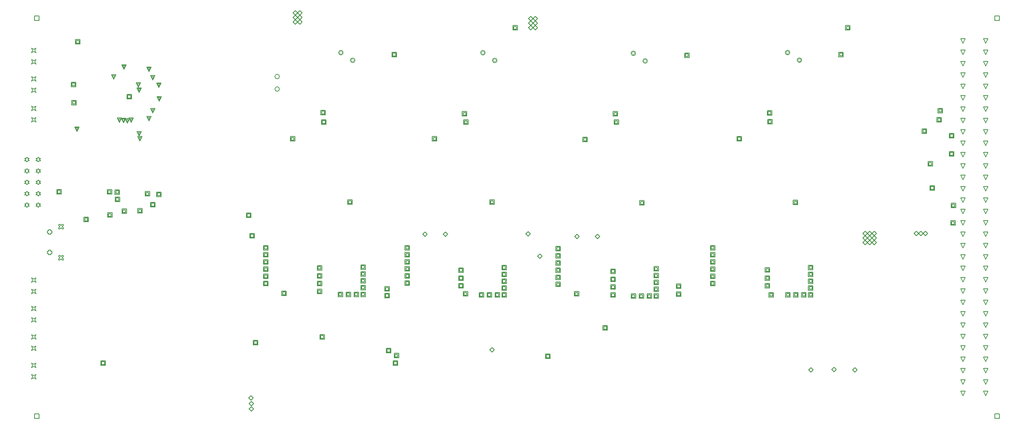
<source format=gbr>
G04 Layer_Color=2752767*
%FSLAX45Y45*%
%MOMM*%
%TF.FileFunction,Drawing*%
%TF.Part,Single*%
G01*
G75*
%TA.AperFunction,NonConductor*%
%ADD83C,0.10160*%
%ADD84C,0.12700*%
%ADD170C,0.16933*%
D83*
X19617841Y9509220D02*
G03*
X19617841Y9509220I-30480J0D01*
G01*
X19353680Y9679400D02*
G03*
X19353680Y9679400I-30480J0D01*
G01*
X16173840Y9492220D02*
G03*
X16173840Y9492220I-30480J0D01*
G01*
X15909680Y9662400D02*
G03*
X15909680Y9662400I-30480J0D01*
G01*
X12813840Y9505220D02*
G03*
X12813840Y9505220I-30480J0D01*
G01*
X12549680Y9675400D02*
G03*
X12549680Y9675400I-30480J0D01*
G01*
X9377680Y9677400D02*
G03*
X9377680Y9677400I-30480J0D01*
G01*
X9641840Y9507220D02*
G03*
X9641840Y9507220I-30480J0D01*
G01*
D84*
X2506200Y1504100D02*
Y1605700D01*
X2607800D01*
Y1504100D01*
X2506200D01*
Y10393600D02*
Y10495200D01*
X2607800D01*
Y10393600D01*
X2506200D01*
X23952200Y1504200D02*
Y1605800D01*
X24053799D01*
Y1504200D01*
X23952200D01*
Y10394200D02*
Y10495800D01*
X24053799D01*
Y10394200D01*
X23952200D01*
X23241000Y2012200D02*
X23190199Y2113800D01*
X23291800D01*
X23241000Y2012200D01*
Y2266200D02*
X23190199Y2367800D01*
X23291800D01*
X23241000Y2266200D01*
Y2520200D02*
X23190199Y2621800D01*
X23291800D01*
X23241000Y2520200D01*
Y2774200D02*
X23190199Y2875800D01*
X23291800D01*
X23241000Y2774200D01*
Y3028200D02*
X23190199Y3129800D01*
X23291800D01*
X23241000Y3028200D01*
Y3282200D02*
X23190199Y3383800D01*
X23291800D01*
X23241000Y3282200D01*
Y3536200D02*
X23190199Y3637800D01*
X23291800D01*
X23241000Y3536200D01*
Y3790200D02*
X23190199Y3891800D01*
X23291800D01*
X23241000Y3790200D01*
Y4044200D02*
X23190199Y4145800D01*
X23291800D01*
X23241000Y4044200D01*
Y4298200D02*
X23190199Y4399800D01*
X23291800D01*
X23241000Y4298200D01*
Y4552200D02*
X23190199Y4653800D01*
X23291800D01*
X23241000Y4552200D01*
Y4806200D02*
X23190199Y4907800D01*
X23291800D01*
X23241000Y4806200D01*
Y5060200D02*
X23190199Y5161800D01*
X23291800D01*
X23241000Y5060200D01*
Y5314200D02*
X23190199Y5415800D01*
X23291800D01*
X23241000Y5314200D01*
Y5568200D02*
X23190199Y5669800D01*
X23291800D01*
X23241000Y5568200D01*
Y5822200D02*
X23190199Y5923800D01*
X23291800D01*
X23241000Y5822200D01*
Y6076200D02*
X23190199Y6177800D01*
X23291800D01*
X23241000Y6076200D01*
Y6330200D02*
X23190199Y6431800D01*
X23291800D01*
X23241000Y6330200D01*
Y6584200D02*
X23190199Y6685800D01*
X23291800D01*
X23241000Y6584200D01*
Y6838200D02*
X23190199Y6939800D01*
X23291800D01*
X23241000Y6838200D01*
Y7092200D02*
X23190199Y7193800D01*
X23291800D01*
X23241000Y7092200D01*
Y7346200D02*
X23190199Y7447800D01*
X23291800D01*
X23241000Y7346200D01*
Y7600200D02*
X23190199Y7701800D01*
X23291800D01*
X23241000Y7600200D01*
Y7854200D02*
X23190199Y7955800D01*
X23291800D01*
X23241000Y7854200D01*
Y8108200D02*
X23190199Y8209800D01*
X23291800D01*
X23241000Y8108200D01*
Y8362200D02*
X23190199Y8463800D01*
X23291800D01*
X23241000Y8362200D01*
Y8616200D02*
X23190199Y8717800D01*
X23291800D01*
X23241000Y8616200D01*
Y8870200D02*
X23190199Y8971800D01*
X23291800D01*
X23241000Y8870200D01*
Y9124200D02*
X23190199Y9225800D01*
X23291800D01*
X23241000Y9124200D01*
Y9378200D02*
X23190199Y9479800D01*
X23291800D01*
X23241000Y9378200D01*
Y9632200D02*
X23190199Y9733800D01*
X23291800D01*
X23241000Y9632200D01*
Y9886200D02*
X23190199Y9987800D01*
X23291800D01*
X23241000Y9886200D01*
X23749001Y2012200D02*
X23698199Y2113800D01*
X23799800D01*
X23749001Y2012200D01*
Y2266200D02*
X23698199Y2367800D01*
X23799800D01*
X23749001Y2266200D01*
Y2520200D02*
X23698199Y2621800D01*
X23799800D01*
X23749001Y2520200D01*
Y2774200D02*
X23698199Y2875800D01*
X23799800D01*
X23749001Y2774200D01*
Y3028200D02*
X23698199Y3129800D01*
X23799800D01*
X23749001Y3028200D01*
Y3282200D02*
X23698199Y3383800D01*
X23799800D01*
X23749001Y3282200D01*
Y3536200D02*
X23698199Y3637800D01*
X23799800D01*
X23749001Y3536200D01*
Y3790200D02*
X23698199Y3891800D01*
X23799800D01*
X23749001Y3790200D01*
Y4044200D02*
X23698199Y4145800D01*
X23799800D01*
X23749001Y4044200D01*
Y4298200D02*
X23698199Y4399800D01*
X23799800D01*
X23749001Y4298200D01*
Y4552200D02*
X23698199Y4653800D01*
X23799800D01*
X23749001Y4552200D01*
Y4806200D02*
X23698199Y4907800D01*
X23799800D01*
X23749001Y4806200D01*
Y5060200D02*
X23698199Y5161800D01*
X23799800D01*
X23749001Y5060200D01*
Y5314200D02*
X23698199Y5415800D01*
X23799800D01*
X23749001Y5314200D01*
Y5568200D02*
X23698199Y5669800D01*
X23799800D01*
X23749001Y5568200D01*
Y5822200D02*
X23698199Y5923800D01*
X23799800D01*
X23749001Y5822200D01*
Y6076200D02*
X23698199Y6177800D01*
X23799800D01*
X23749001Y6076200D01*
Y6330200D02*
X23698199Y6431800D01*
X23799800D01*
X23749001Y6330200D01*
Y6584200D02*
X23698199Y6685800D01*
X23799800D01*
X23749001Y6584200D01*
Y6838200D02*
X23698199Y6939800D01*
X23799800D01*
X23749001Y6838200D01*
Y7092200D02*
X23698199Y7193800D01*
X23799800D01*
X23749001Y7092200D01*
Y7346200D02*
X23698199Y7447800D01*
X23799800D01*
X23749001Y7346200D01*
Y7600200D02*
X23698199Y7701800D01*
X23799800D01*
X23749001Y7600200D01*
Y7854200D02*
X23698199Y7955800D01*
X23799800D01*
X23749001Y7854200D01*
Y8108200D02*
X23698199Y8209800D01*
X23799800D01*
X23749001Y8108200D01*
Y8362200D02*
X23698199Y8463800D01*
X23799800D01*
X23749001Y8362200D01*
Y8616200D02*
X23698199Y8717800D01*
X23799800D01*
X23749001Y8616200D01*
Y8870200D02*
X23698199Y8971800D01*
X23799800D01*
X23749001Y8870200D01*
Y9124200D02*
X23698199Y9225800D01*
X23799800D01*
X23749001Y9124200D01*
Y9378200D02*
X23698199Y9479800D01*
X23799800D01*
X23749001Y9378200D01*
Y9632200D02*
X23698199Y9733800D01*
X23799800D01*
X23749001Y9632200D01*
Y9886200D02*
X23698199Y9987800D01*
X23799800D01*
X23749001Y9886200D01*
X2590801Y6223000D02*
X2616201Y6248400D01*
X2641601D01*
X2616201Y6273800D01*
X2641601Y6299200D01*
X2616201D01*
X2590801Y6324600D01*
X2565401Y6299200D01*
X2540001D01*
X2565401Y6273800D01*
X2540001Y6248400D01*
X2565401D01*
X2590801Y6223000D01*
X2336801D02*
X2362201Y6248400D01*
X2387601D01*
X2362201Y6273800D01*
X2387601Y6299200D01*
X2362201D01*
X2336801Y6324600D01*
X2311401Y6299200D01*
X2286001D01*
X2311401Y6273800D01*
X2286001Y6248400D01*
X2311401D01*
X2336801Y6223000D01*
X2590801Y6477000D02*
X2616201Y6502400D01*
X2641601D01*
X2616201Y6527800D01*
X2641601Y6553200D01*
X2616201D01*
X2590801Y6578600D01*
X2565401Y6553200D01*
X2540001D01*
X2565401Y6527800D01*
X2540001Y6502400D01*
X2565401D01*
X2590801Y6477000D01*
X2336801D02*
X2362201Y6502400D01*
X2387601D01*
X2362201Y6527800D01*
X2387601Y6553200D01*
X2362201D01*
X2336801Y6578600D01*
X2311401Y6553200D01*
X2286001D01*
X2311401Y6527800D01*
X2286001Y6502400D01*
X2311401D01*
X2336801Y6477000D01*
X2590801Y6731000D02*
X2616201Y6756400D01*
X2641601D01*
X2616201Y6781800D01*
X2641601Y6807200D01*
X2616201D01*
X2590801Y6832600D01*
X2565401Y6807200D01*
X2540001D01*
X2565401Y6781800D01*
X2540001Y6756400D01*
X2565401D01*
X2590801Y6731000D01*
X2336801D02*
X2362201Y6756400D01*
X2387601D01*
X2362201Y6781800D01*
X2387601Y6807200D01*
X2362201D01*
X2336801Y6832600D01*
X2311401Y6807200D01*
X2286001D01*
X2311401Y6781800D01*
X2286001Y6756400D01*
X2311401D01*
X2336801Y6731000D01*
Y6985000D02*
X2362201Y7010400D01*
X2387601D01*
X2362201Y7035800D01*
X2387601Y7061200D01*
X2362201D01*
X2336801Y7086600D01*
X2311401Y7061200D01*
X2286001D01*
X2311401Y7035800D01*
X2286001Y7010400D01*
X2311401D01*
X2336801Y6985000D01*
X2590801D02*
X2616201Y7010400D01*
X2641601D01*
X2616201Y7035800D01*
X2641601Y7061200D01*
X2616201D01*
X2590801Y7086600D01*
X2565401Y7061200D01*
X2540001D01*
X2565401Y7035800D01*
X2540001Y7010400D01*
X2565401D01*
X2590801Y6985000D01*
Y7239000D02*
X2616201Y7264400D01*
X2641601D01*
X2616201Y7289800D01*
X2641601Y7315200D01*
X2616201D01*
X2590801Y7340600D01*
X2565401Y7315200D01*
X2540001D01*
X2565401Y7289800D01*
X2540001Y7264400D01*
X2565401D01*
X2590801Y7239000D01*
X2336801D02*
X2362201Y7264400D01*
X2387601D01*
X2362201Y7289800D01*
X2387601Y7315200D01*
X2362201D01*
X2336801Y7340600D01*
X2311401Y7315200D01*
X2286001D01*
X2311401Y7289800D01*
X2286001Y7264400D01*
X2311401D01*
X2336801Y7239000D01*
X2441600Y2387600D02*
X2467000Y2438400D01*
X2441600Y2489200D01*
X2492400Y2463800D01*
X2543200Y2489200D01*
X2517800Y2438400D01*
X2543200Y2387600D01*
X2492400Y2413000D01*
X2441600Y2387600D01*
Y2641600D02*
X2467000Y2692400D01*
X2441600Y2743200D01*
X2492400Y2717800D01*
X2543200Y2743200D01*
X2517800Y2692400D01*
X2543200Y2641600D01*
X2492400Y2667000D01*
X2441600Y2641600D01*
Y3022600D02*
X2467000Y3073400D01*
X2441600Y3124200D01*
X2492400Y3098800D01*
X2543200Y3124200D01*
X2517800Y3073400D01*
X2543200Y3022600D01*
X2492400Y3048000D01*
X2441600Y3022600D01*
Y3276600D02*
X2467000Y3327400D01*
X2441600Y3378200D01*
X2492400Y3352800D01*
X2543200Y3378200D01*
X2517800Y3327400D01*
X2543200Y3276600D01*
X2492400Y3302000D01*
X2441600Y3276600D01*
Y3657600D02*
X2467000Y3708400D01*
X2441600Y3759200D01*
X2492400Y3733800D01*
X2543200Y3759200D01*
X2517800Y3708400D01*
X2543200Y3657600D01*
X2492400Y3683000D01*
X2441600Y3657600D01*
Y3911600D02*
X2467000Y3962400D01*
X2441600Y4013200D01*
X2492400Y3987800D01*
X2543200Y4013200D01*
X2517800Y3962400D01*
X2543200Y3911600D01*
X2492400Y3937000D01*
X2441600Y3911600D01*
Y4292600D02*
X2467000Y4343400D01*
X2441600Y4394200D01*
X2492400Y4368800D01*
X2543200Y4394200D01*
X2517800Y4343400D01*
X2543200Y4292600D01*
X2492400Y4318000D01*
X2441600Y4292600D01*
Y4546600D02*
X2467000Y4597400D01*
X2441600Y4648200D01*
X2492400Y4622800D01*
X2543200Y4648200D01*
X2517800Y4597400D01*
X2543200Y4546600D01*
X2492400Y4572000D01*
X2441600Y4546600D01*
Y8788400D02*
X2467000Y8839200D01*
X2441600Y8890000D01*
X2492400Y8864600D01*
X2543200Y8890000D01*
X2517800Y8839200D01*
X2543200Y8788400D01*
X2492400Y8813800D01*
X2441600Y8788400D01*
Y9042400D02*
X2467000Y9093200D01*
X2441600Y9144000D01*
X2492400Y9118600D01*
X2543200Y9144000D01*
X2517800Y9093200D01*
X2543200Y9042400D01*
X2492400Y9067800D01*
X2441600Y9042400D01*
Y8128000D02*
X2467000Y8178800D01*
X2441600Y8229600D01*
X2492400Y8204200D01*
X2543200Y8229600D01*
X2517800Y8178800D01*
X2543200Y8128000D01*
X2492400Y8153400D01*
X2441600Y8128000D01*
Y8382000D02*
X2467000Y8432800D01*
X2441600Y8483600D01*
X2492400Y8458200D01*
X2543200Y8483600D01*
X2517800Y8432800D01*
X2543200Y8382000D01*
X2492400Y8407400D01*
X2441600Y8382000D01*
Y9677400D02*
X2467000Y9728200D01*
X2441600Y9779000D01*
X2492400Y9753600D01*
X2543200Y9779000D01*
X2517800Y9728200D01*
X2543200Y9677400D01*
X2492400Y9702800D01*
X2441600Y9677400D01*
Y9423400D02*
X2467000Y9474200D01*
X2441600Y9525000D01*
X2492400Y9499600D01*
X2543200Y9525000D01*
X2517800Y9474200D01*
X2543200Y9423400D01*
X2492400Y9448800D01*
X2441600Y9423400D01*
X2821900Y5643200D02*
Y5617800D01*
X2872700D01*
Y5643200D01*
X2898100D01*
Y5694000D01*
X2872700D01*
Y5719400D01*
X2821900D01*
Y5694000D01*
X2796500D01*
Y5643200D01*
X2821900D01*
Y5193200D02*
Y5167800D01*
X2872700D01*
Y5193200D01*
X2898100D01*
Y5244000D01*
X2872700D01*
Y5269400D01*
X2821900D01*
Y5244000D01*
X2796500D01*
Y5193200D01*
X2821900D01*
X3045500Y5042300D02*
X3070900D01*
X3096300Y5067700D01*
X3121700Y5042300D01*
X3147100D01*
Y5067700D01*
X3121700Y5093100D01*
X3147100Y5118500D01*
Y5143900D01*
X3121700D01*
X3096300Y5118500D01*
X3070900Y5143900D01*
X3045500D01*
Y5118500D01*
X3070900Y5093100D01*
X3045500Y5067700D01*
Y5042300D01*
Y5743300D02*
X3070900D01*
X3096300Y5768700D01*
X3121700Y5743300D01*
X3147100D01*
Y5768700D01*
X3121700Y5794100D01*
X3147100Y5819500D01*
Y5844900D01*
X3121700D01*
X3096300Y5819500D01*
X3070900Y5844900D01*
X3045500D01*
Y5819500D01*
X3070900Y5794100D01*
X3045500Y5768700D01*
Y5743300D01*
X7295200Y1720000D02*
X7346000Y1770800D01*
X7396800Y1720000D01*
X7346000Y1669200D01*
X7295200Y1720000D01*
X7294200Y1839000D02*
X7345000Y1889800D01*
X7395800Y1839000D01*
X7345000Y1788200D01*
X7294200Y1839000D01*
X7293200Y1960000D02*
X7344000Y2010800D01*
X7394800Y1960000D01*
X7344000Y1909200D01*
X7293200Y1960000D01*
X19794200Y2589000D02*
X19845000Y2639800D01*
X19895799Y2589000D01*
X19845000Y2538200D01*
X19794200Y2589000D01*
X20308200Y2600000D02*
X20359000Y2650800D01*
X20409801Y2600000D01*
X20359000Y2549200D01*
X20308200Y2600000D01*
X20775200Y2594000D02*
X20825999Y2644800D01*
X20876801Y2594000D01*
X20825999Y2543200D01*
X20775200Y2594000D01*
X12791600Y4216400D02*
Y4318000D01*
X12893201D01*
Y4216400D01*
X12791600D01*
X12811920Y4236720D02*
Y4297680D01*
X12872881D01*
Y4236720D01*
X12811920D01*
X12944000Y4673600D02*
Y4775200D01*
X13045599D01*
Y4673600D01*
X12944000D01*
X12964320Y4693920D02*
Y4754880D01*
X13025281D01*
Y4693920D01*
X12964320D01*
X12944000Y4826000D02*
Y4927600D01*
X13045599D01*
Y4826000D01*
X12944000D01*
X12964320Y4846320D02*
Y4907280D01*
X13025281D01*
Y4846320D01*
X12964320D01*
X11979200Y4769200D02*
Y4870800D01*
X12080800D01*
Y4769200D01*
X11979200D01*
X11999520Y4789520D02*
Y4850480D01*
X12060480D01*
Y4789520D01*
X11999520D01*
X12079200Y4239200D02*
Y4340800D01*
X12180800D01*
Y4239200D01*
X12079200D01*
X12099520Y4259520D02*
Y4320480D01*
X12160480D01*
Y4259520D01*
X12099520D01*
X12436000Y4216400D02*
Y4318000D01*
X12537600D01*
Y4216400D01*
X12436000D01*
X12456320Y4236720D02*
Y4297680D01*
X12517280D01*
Y4236720D01*
X12456320D01*
X12613800Y4216400D02*
Y4318000D01*
X12715400D01*
Y4216400D01*
X12613800D01*
X12634120Y4236720D02*
Y4297680D01*
X12695080D01*
Y4236720D01*
X12634120D01*
X12944000Y4521200D02*
Y4622800D01*
X13045599D01*
Y4521200D01*
X12944000D01*
X12964320Y4541520D02*
Y4602480D01*
X13025281D01*
Y4541520D01*
X12964320D01*
X12944000Y4368800D02*
Y4470400D01*
X13045599D01*
Y4368800D01*
X12944000D01*
X12964320Y4389120D02*
Y4450080D01*
X13025281D01*
Y4389120D01*
X12964320D01*
X12944000Y4216400D02*
Y4318000D01*
X13045599D01*
Y4216400D01*
X12944000D01*
X12964320Y4236720D02*
Y4297680D01*
X13025281D01*
Y4236720D01*
X12964320D01*
X20466200Y9585420D02*
Y9687020D01*
X20567799D01*
Y9585420D01*
X20466200D01*
X20486520Y9605740D02*
Y9666700D01*
X20547479D01*
Y9605740D01*
X20486520D01*
X18194200Y7704601D02*
Y7806201D01*
X18295799D01*
Y7704601D01*
X18194200D01*
X18214520Y7724921D02*
Y7785881D01*
X18275481D01*
Y7724921D01*
X18214520D01*
X17022200Y9568420D02*
Y9670020D01*
X17123801D01*
Y9568420D01*
X17022200D01*
X17042520Y9588740D02*
Y9649700D01*
X17103481D01*
Y9588740D01*
X17042520D01*
X14750200Y7687601D02*
Y7789201D01*
X14851801D01*
Y7687601D01*
X14750200D01*
X14770520Y7707921D02*
Y7768881D01*
X14831480D01*
Y7707921D01*
X14770520D01*
X11390200Y7700601D02*
Y7802201D01*
X11491800D01*
Y7700601D01*
X11390200D01*
X11410520Y7720921D02*
Y7781881D01*
X11471480D01*
Y7720921D01*
X11410520D01*
X4306200Y6350200D02*
Y6451800D01*
X4407800D01*
Y6350200D01*
X4306200D01*
X4326520Y6370520D02*
Y6431480D01*
X4387480D01*
Y6370520D01*
X4326520D01*
X5096200Y6231200D02*
Y6332800D01*
X5197800D01*
Y6231200D01*
X5096200D01*
X5116520Y6251520D02*
Y6312480D01*
X5177480D01*
Y6251520D01*
X5116520D01*
X4811200Y6092200D02*
Y6193800D01*
X4912800D01*
Y6092200D01*
X4811200D01*
X4831520Y6112520D02*
Y6173480D01*
X4892480D01*
Y6112520D01*
X4831520D01*
X4460200Y6084200D02*
Y6185800D01*
X4561800D01*
Y6084200D01*
X4460200D01*
X4480520Y6104520D02*
Y6165480D01*
X4541480D01*
Y6104520D01*
X4480520D01*
X4137200Y5998200D02*
Y6099800D01*
X4238800D01*
Y5998200D01*
X4137200D01*
X4157520Y6018520D02*
Y6079480D01*
X4218480D01*
Y6018520D01*
X4157520D01*
X4130200Y6515200D02*
Y6616800D01*
X4231800D01*
Y6515200D01*
X4130200D01*
X4150520Y6535520D02*
Y6596480D01*
X4211480D01*
Y6535520D01*
X4150520D01*
X3451000Y7919200D02*
X3400200Y8020800D01*
X3501800D01*
X3451000Y7919200D01*
Y7939520D02*
X3420520Y8000480D01*
X3481480D01*
X3451000Y7939520D01*
X4572200Y8644200D02*
Y8745800D01*
X4673800D01*
Y8644200D01*
X4572200D01*
X4592520Y8664520D02*
Y8725480D01*
X4653480D01*
Y8664520D01*
X4592520D01*
X5288400Y8597000D02*
X5237600Y8698600D01*
X5339200D01*
X5288400Y8597000D01*
Y8617320D02*
X5257920Y8678280D01*
X5318880D01*
X5288400Y8617320D01*
X5285400Y8901000D02*
X5234600Y9002600D01*
X5336200D01*
X5285400Y8901000D01*
Y8921320D02*
X5254920Y8982280D01*
X5315880D01*
X5285400Y8921320D01*
X5144400Y9064000D02*
X5093600Y9165600D01*
X5195200D01*
X5144400Y9064000D01*
Y9084320D02*
X5113920Y9145280D01*
X5174880D01*
X5144400Y9084320D01*
X4274400Y9083000D02*
X4223600Y9184600D01*
X4325200D01*
X4274400Y9083000D01*
Y9103320D02*
X4243920Y9164280D01*
X4304880D01*
X4274400Y9103320D01*
X4505400Y9308000D02*
X4454600Y9409600D01*
X4556200D01*
X4505400Y9308000D01*
Y9328320D02*
X4474920Y9389280D01*
X4535880D01*
X4505400Y9328320D01*
X5058400Y9256000D02*
X5007600Y9357600D01*
X5109200D01*
X5058400Y9256000D01*
Y9276320D02*
X5027920Y9337280D01*
X5088880D01*
X5058400Y9276320D01*
X5148400Y8329000D02*
X5097600Y8430600D01*
X5199200D01*
X5148400Y8329000D01*
Y8349320D02*
X5117920Y8410280D01*
X5178880D01*
X5148400Y8349320D01*
X5061400Y8151000D02*
X5010600Y8252600D01*
X5112200D01*
X5061400Y8151000D01*
Y8171320D02*
X5030920Y8232280D01*
X5091880D01*
X5061400Y8171320D01*
X4862400Y7701000D02*
X4811600Y7802600D01*
X4913200D01*
X4862400Y7701000D01*
Y7721320D02*
X4831920Y7782280D01*
X4892880D01*
X4862400Y7721320D01*
X4844400Y7813000D02*
X4793600Y7914600D01*
X4895200D01*
X4844400Y7813000D01*
Y7833320D02*
X4813920Y7894280D01*
X4874880D01*
X4844400Y7833320D01*
X5232200Y6461200D02*
Y6562800D01*
X5333800D01*
Y6461200D01*
X5232200D01*
X5252520Y6481520D02*
Y6542480D01*
X5313480D01*
Y6481520D01*
X5252520D01*
X3004200Y6518200D02*
Y6619800D01*
X3105800D01*
Y6518200D01*
X3004200D01*
X3024520Y6538520D02*
Y6599480D01*
X3085480D01*
Y6538520D01*
X3024520D01*
X4304200Y6514200D02*
Y6615800D01*
X4405800D01*
Y6514200D01*
X4304200D01*
X4324520Y6534520D02*
Y6595480D01*
X4385480D01*
Y6534520D01*
X4324520D01*
X3420400Y9868600D02*
Y9970200D01*
X3522000D01*
Y9868600D01*
X3420400D01*
X3440720Y9888920D02*
Y9949880D01*
X3501680D01*
Y9888920D01*
X3440720D01*
X4576000Y8100200D02*
X4525200Y8201800D01*
X4626800D01*
X4576000Y8100200D01*
Y8120520D02*
X4545520Y8181480D01*
X4606480D01*
X4576000Y8120520D01*
X4492000Y8110200D02*
X4441200Y8211800D01*
X4542800D01*
X4492000Y8110200D01*
Y8130520D02*
X4461520Y8191480D01*
X4522480D01*
X4492000Y8130520D01*
X4406000Y8115200D02*
X4355200Y8216800D01*
X4456800D01*
X4406000Y8115200D01*
Y8135520D02*
X4375520Y8196480D01*
X4436480D01*
X4406000Y8135520D01*
X4666400Y8118000D02*
X4615600Y8219600D01*
X4717200D01*
X4666400Y8118000D01*
Y8138320D02*
X4635920Y8199280D01*
X4696880D01*
X4666400Y8138320D01*
X4825000Y8904200D02*
X4774200Y9005800D01*
X4875800D01*
X4825000Y8904200D01*
Y8924520D02*
X4794520Y8985480D01*
X4855480D01*
X4825000Y8924520D01*
X4843400Y8792000D02*
X4792600Y8893600D01*
X4894200D01*
X4843400Y8792000D01*
Y8812320D02*
X4812920Y8873280D01*
X4873880D01*
X4843400Y8812320D01*
X3608200Y5901200D02*
Y6002800D01*
X3709800D01*
Y5901200D01*
X3608200D01*
X3628520Y5921520D02*
Y5982480D01*
X3689480D01*
Y5921520D01*
X3628520D01*
X4975200Y6474200D02*
Y6575800D01*
X5076800D01*
Y6474200D01*
X4975200D01*
X4995520Y6494520D02*
Y6555480D01*
X5056480D01*
Y6494520D01*
X4995520D01*
X8915400Y8077200D02*
Y8178800D01*
X9017000D01*
Y8077200D01*
X8915400D01*
X8935720Y8097520D02*
Y8158480D01*
X8996680D01*
Y8097520D01*
X8935720D01*
X7239000Y5994400D02*
Y6096000D01*
X7340600D01*
Y5994400D01*
X7239000D01*
X7259320Y6014720D02*
Y6075680D01*
X7320280D01*
Y6014720D01*
X7259320D01*
X7315200Y5537200D02*
Y5638800D01*
X7416800D01*
Y5537200D01*
X7315200D01*
X7335520Y5557520D02*
Y5618480D01*
X7396480D01*
Y5557520D01*
X7335520D01*
X8218200Y7702601D02*
Y7804201D01*
X8319800D01*
Y7702601D01*
X8218200D01*
X8238520Y7722921D02*
Y7783881D01*
X8299480D01*
Y7722921D01*
X8238520D01*
X10490200Y9583420D02*
Y9685020D01*
X10591800D01*
Y9583420D01*
X10490200D01*
X10510520Y9603740D02*
Y9664700D01*
X10571480D01*
Y9603740D01*
X10510520D01*
X10363200Y2971800D02*
Y3073400D01*
X10464800D01*
Y2971800D01*
X10363200D01*
X10383520Y2992120D02*
Y3053080D01*
X10444480D01*
Y2992120D01*
X10383520D01*
X7391400Y3149600D02*
Y3251200D01*
X7493000D01*
Y3149600D01*
X7391400D01*
X7411720Y3169920D02*
Y3230880D01*
X7472680D01*
Y3169920D01*
X7411720D01*
X13919200Y2844800D02*
Y2946400D01*
X14020799D01*
Y2844800D01*
X13919200D01*
X13939520Y2865120D02*
Y2926080D01*
X14000481D01*
Y2865120D01*
X13939520D01*
X10515600Y2692400D02*
Y2794000D01*
X10617200D01*
Y2692400D01*
X10515600D01*
X10535920Y2712720D02*
Y2773680D01*
X10596880D01*
Y2712720D01*
X10535920D01*
X3987800Y2692400D02*
Y2794000D01*
X4089400D01*
Y2692400D01*
X3987800D01*
X4008120Y2712720D02*
Y2773680D01*
X4069080D01*
Y2712720D01*
X4008120D01*
X21005800Y5638800D02*
X21056599Y5689600D01*
X21107401Y5638800D01*
X21056599Y5588000D01*
X21005800Y5638800D01*
Y5537200D02*
X21056599Y5588000D01*
X21107401Y5537200D01*
X21056599Y5486400D01*
X21005800Y5537200D01*
X21004201Y5435000D02*
X21055000Y5485800D01*
X21105800Y5435000D01*
X21055000Y5384200D01*
X21004201Y5435000D01*
X21107401Y5638800D02*
X21158200Y5689600D01*
X21209000Y5638800D01*
X21158200Y5588000D01*
X21107401Y5638800D01*
Y5537200D02*
X21158200Y5588000D01*
X21209000Y5537200D01*
X21158200Y5486400D01*
X21107401Y5537200D01*
X21109200Y5435000D02*
X21160001Y5485800D01*
X21210800Y5435000D01*
X21160001Y5384200D01*
X21109200Y5435000D01*
X21209200D02*
X21260001Y5485800D01*
X21310800Y5435000D01*
X21260001Y5384200D01*
X21209200Y5435000D01*
X21209000Y5537200D02*
X21259801Y5588000D01*
X21310600Y5537200D01*
X21259801Y5486400D01*
X21209000Y5537200D01*
Y5638800D02*
X21259801Y5689600D01*
X21310600Y5638800D01*
X21259801Y5588000D01*
X21209000Y5638800D01*
X22968001Y5823001D02*
Y5924601D01*
X23069601D01*
Y5823001D01*
X22968001D01*
X22988321Y5843321D02*
Y5904281D01*
X23049281D01*
Y5843321D01*
X22988321D01*
X22975600Y6211600D02*
Y6313200D01*
X23077200D01*
Y6211600D01*
X22975600D01*
X22995920Y6231920D02*
Y6292880D01*
X23056880D01*
Y6231920D01*
X22995920D01*
X22936200Y7366000D02*
Y7467600D01*
X23037801D01*
Y7366000D01*
X22936200D01*
X22956520Y7386320D02*
Y7447280D01*
X23017480D01*
Y7386320D01*
X22956520D01*
X22936200Y7772400D02*
Y7874000D01*
X23037801D01*
Y7772400D01*
X22936200D01*
X22956520Y7792720D02*
Y7853680D01*
X23017480D01*
Y7792720D01*
X22956520D01*
X22352000Y5638800D02*
X22402800Y5689600D01*
X22453600Y5638800D01*
X22402800Y5588000D01*
X22352000Y5638800D01*
X22250400D02*
X22301199Y5689600D01*
X22352000Y5638800D01*
X22301199Y5588000D01*
X22250400Y5638800D01*
X22148801D02*
X22199600Y5689600D01*
X22250400Y5638800D01*
X22199600Y5588000D01*
X22148801Y5638800D01*
X22504401Y6604000D02*
Y6705600D01*
X22606000D01*
Y6604000D01*
X22504401D01*
X22524719Y6624320D02*
Y6685280D01*
X22585680D01*
Y6624320D01*
X22524719D01*
X22658000Y8126800D02*
Y8228400D01*
X22759599D01*
Y8126800D01*
X22658000D01*
X22678320Y8147120D02*
Y8208080D01*
X22739281D01*
Y8147120D01*
X22678320D01*
X22327800Y7872800D02*
Y7974400D01*
X22429401D01*
Y7872800D01*
X22327800D01*
X22348120Y7893120D02*
Y7954080D01*
X22409081D01*
Y7893120D01*
X22348120D01*
X22683400Y8332400D02*
Y8434000D01*
X22785001D01*
Y8332400D01*
X22683400D01*
X22703720Y8352720D02*
Y8413680D01*
X22764680D01*
Y8352720D01*
X22703720D01*
X3338900Y8510200D02*
Y8611800D01*
X3440500D01*
Y8510200D01*
X3338900D01*
X3359220Y8530520D02*
Y8591480D01*
X3420180D01*
Y8530520D01*
X3359220D01*
X3326200Y8916740D02*
Y9018340D01*
X3427800D01*
Y8916740D01*
X3326200D01*
X3346520Y8937060D02*
Y8998020D01*
X3407480D01*
Y8937060D01*
X3346520D01*
X13187680Y10182860D02*
Y10284460D01*
X13289281D01*
Y10182860D01*
X13187680D01*
X13208000Y10203180D02*
Y10264140D01*
X13268961D01*
Y10203180D01*
X13208000D01*
X20617180Y10182860D02*
Y10284460D01*
X20718781D01*
Y10182860D01*
X20617180D01*
X20637500Y10203180D02*
Y10264140D01*
X20698460D01*
Y10203180D01*
X20637500D01*
X13538200Y10236200D02*
X13589000Y10287000D01*
X13639799Y10236200D01*
X13589000Y10185400D01*
X13538200Y10236200D01*
Y10439400D02*
X13589000Y10490200D01*
X13639799Y10439400D01*
X13589000Y10388600D01*
X13538200Y10439400D01*
Y10337800D02*
X13589000Y10388600D01*
X13639799Y10337800D01*
X13589000Y10287000D01*
X13538200Y10337800D01*
X13639799Y10439400D02*
X13690601Y10490200D01*
X13741400Y10439400D01*
X13690601Y10388600D01*
X13639799Y10439400D01*
Y10337800D02*
X13690601Y10388600D01*
X13741400Y10337800D01*
X13690601Y10287000D01*
X13639799Y10337800D01*
Y10236200D02*
X13690601Y10287000D01*
X13741400Y10236200D01*
X13690601Y10185400D01*
X13639799Y10236200D01*
X8382000Y10566400D02*
X8432800Y10617200D01*
X8483600Y10566400D01*
X8432800Y10515600D01*
X8382000Y10566400D01*
Y10464800D02*
X8432800Y10515600D01*
X8483600Y10464800D01*
X8432800Y10414000D01*
X8382000Y10464800D01*
Y10363200D02*
X8432800Y10414000D01*
X8483600Y10363200D01*
X8432800Y10312400D01*
X8382000Y10363200D01*
X8280400D02*
X8331200Y10414000D01*
X8382000Y10363200D01*
X8331200Y10312400D01*
X8280400Y10363200D01*
Y10464800D02*
X8331200Y10515600D01*
X8382000Y10464800D01*
X8331200Y10414000D01*
X8280400Y10464800D01*
Y10566400D02*
X8331200Y10617200D01*
X8382000Y10566400D01*
X8331200Y10515600D01*
X8280400Y10566400D01*
X13477200Y5626000D02*
X13528000Y5676800D01*
X13578799Y5626000D01*
X13528000Y5575200D01*
X13477200Y5626000D01*
X12677200Y3037000D02*
X12728000Y3087800D01*
X12778800Y3037000D01*
X12728000Y2986200D01*
X12677200Y3037000D01*
X15026199Y5569000D02*
X15077000Y5619800D01*
X15127800Y5569000D01*
X15077000Y5518200D01*
X15026199Y5569000D01*
X14571201Y5573000D02*
X14622000Y5623800D01*
X14672800Y5573000D01*
X14622000Y5522200D01*
X14571201Y5573000D01*
X13739200Y5134000D02*
X13789999Y5184800D01*
X13840800Y5134000D01*
X13789999Y5083200D01*
X13739200Y5134000D01*
X11633200Y5620000D02*
X11684000Y5670800D01*
X11734800Y5620000D01*
X11684000Y5569200D01*
X11633200Y5620000D01*
X11171200Y5624000D02*
X11222000Y5674800D01*
X11272800Y5624000D01*
X11222000Y5573200D01*
X11171200Y5624000D01*
X11979200Y4419200D02*
Y4520800D01*
X12080800D01*
Y4419200D01*
X11979200D01*
X11999520Y4439520D02*
Y4500480D01*
X12060480D01*
Y4439520D01*
X11999520D01*
X11979200Y4589200D02*
Y4690800D01*
X12080800D01*
Y4589200D01*
X11979200D01*
X11999520Y4609520D02*
Y4670480D01*
X12060480D01*
Y4609520D01*
X11999520D01*
X9499200Y6289200D02*
Y6390800D01*
X9600800D01*
Y6289200D01*
X9499200D01*
X9519520Y6309520D02*
Y6370480D01*
X9580480D01*
Y6309520D01*
X9519520D01*
X10539200Y2859200D02*
Y2960800D01*
X10640800D01*
Y2859200D01*
X10539200D01*
X10559520Y2879520D02*
Y2940480D01*
X10620480D01*
Y2879520D01*
X10559520D01*
X8879200Y3276600D02*
Y3378200D01*
X8980800D01*
Y3276600D01*
X8879200D01*
X8899520Y3296920D02*
Y3357880D01*
X8960480D01*
Y3296920D01*
X8899520D01*
X10329200Y4349200D02*
Y4450800D01*
X10430800D01*
Y4349200D01*
X10329200D01*
X10349520Y4369520D02*
Y4430480D01*
X10410480D01*
Y4369520D01*
X10349520D01*
X10329200Y4199200D02*
Y4300800D01*
X10430800D01*
Y4199200D01*
X10329200D01*
X10349520Y4219520D02*
Y4280480D01*
X10410480D01*
Y4219520D01*
X10349520D01*
X8029200Y4249200D02*
Y4350800D01*
X8130800D01*
Y4249200D01*
X8029200D01*
X8049520Y4269520D02*
Y4330480D01*
X8110480D01*
Y4269520D01*
X8049520D01*
X9794000Y4226400D02*
Y4328000D01*
X9895600D01*
Y4226400D01*
X9794000D01*
X9814320Y4246720D02*
Y4307680D01*
X9875280D01*
Y4246720D01*
X9814320D01*
X9794000Y4378800D02*
Y4480400D01*
X9895600D01*
Y4378800D01*
X9794000D01*
X9814320Y4399120D02*
Y4460080D01*
X9875280D01*
Y4399120D01*
X9814320D01*
X9794000Y4531200D02*
Y4632800D01*
X9895600D01*
Y4531200D01*
X9794000D01*
X9814320Y4551520D02*
Y4612480D01*
X9875280D01*
Y4551520D01*
X9814320D01*
X9463800Y4226400D02*
Y4328000D01*
X9565400D01*
Y4226400D01*
X9463800D01*
X9484120Y4246720D02*
Y4307680D01*
X9545080D01*
Y4246720D01*
X9484120D01*
X9286000Y4226400D02*
Y4328000D01*
X9387600D01*
Y4226400D01*
X9286000D01*
X9306320Y4246720D02*
Y4307680D01*
X9367280D01*
Y4246720D01*
X9306320D01*
X9794000Y4836000D02*
Y4937600D01*
X9895600D01*
Y4836000D01*
X9794000D01*
X9814320Y4856320D02*
Y4917280D01*
X9875280D01*
Y4856320D01*
X9814320D01*
X9794000Y4683600D02*
Y4785200D01*
X9895600D01*
Y4683600D01*
X9794000D01*
X9814320Y4703920D02*
Y4764880D01*
X9875280D01*
Y4703920D01*
X9814320D01*
X9641600Y4226400D02*
Y4328000D01*
X9743200D01*
Y4226400D01*
X9641600D01*
X9661920Y4246720D02*
Y4307680D01*
X9722880D01*
Y4246720D01*
X9661920D01*
X8819200Y4639200D02*
Y4740800D01*
X8920800D01*
Y4639200D01*
X8819200D01*
X8839520Y4659520D02*
Y4720480D01*
X8900480D01*
Y4659520D01*
X8839520D01*
X8819200Y4469200D02*
Y4570800D01*
X8920800D01*
Y4469200D01*
X8819200D01*
X8839520Y4489520D02*
Y4550480D01*
X8900480D01*
Y4489520D01*
X8839520D01*
X8819200Y4289200D02*
Y4390800D01*
X8920800D01*
Y4289200D01*
X8819200D01*
X8839520Y4309520D02*
Y4370480D01*
X8900480D01*
Y4309520D01*
X8839520D01*
X8819200Y4819200D02*
Y4920800D01*
X8920800D01*
Y4819200D01*
X8819200D01*
X8839520Y4839520D02*
Y4900480D01*
X8900480D01*
Y4839520D01*
X8839520D01*
X12671200Y6287200D02*
Y6388800D01*
X12772800D01*
Y6287200D01*
X12671200D01*
X12691520Y6307520D02*
Y6368480D01*
X12752480D01*
Y6307520D01*
X12691520D01*
X12087400Y8075200D02*
Y8176800D01*
X12189000D01*
Y8075200D01*
X12087400D01*
X12107720Y8095520D02*
Y8156480D01*
X12168680D01*
Y8095520D01*
X12107720D01*
X15447400Y8075200D02*
Y8176800D01*
X15549001D01*
Y8075200D01*
X15447400D01*
X15467720Y8095520D02*
Y8156480D01*
X15528680D01*
Y8095520D01*
X15467720D01*
X18877400Y8085200D02*
Y8186800D01*
X18978999D01*
Y8085200D01*
X18877400D01*
X18897720Y8105520D02*
Y8166480D01*
X18958681D01*
Y8105520D01*
X18897720D01*
X10779200Y5269200D02*
Y5370800D01*
X10880800D01*
Y5269200D01*
X10779200D01*
X10799520Y5289520D02*
Y5350480D01*
X10860480D01*
Y5289520D01*
X10799520D01*
X10779200Y5109200D02*
Y5210800D01*
X10880800D01*
Y5109200D01*
X10779200D01*
X10799520Y5129520D02*
Y5190480D01*
X10860480D01*
Y5129520D01*
X10799520D01*
X10779200Y4949200D02*
Y5050800D01*
X10880800D01*
Y4949200D01*
X10779200D01*
X10799520Y4969520D02*
Y5030480D01*
X10860480D01*
Y4969520D01*
X10799520D01*
X10779200Y4799200D02*
Y4900800D01*
X10880800D01*
Y4799200D01*
X10779200D01*
X10799520Y4819520D02*
Y4880480D01*
X10860480D01*
Y4819520D01*
X10799520D01*
X10779200Y4639200D02*
Y4740800D01*
X10880800D01*
Y4639200D01*
X10779200D01*
X10799520Y4659520D02*
Y4720480D01*
X10860480D01*
Y4659520D01*
X10799520D01*
X10779200Y4479200D02*
Y4580800D01*
X10880800D01*
Y4479200D01*
X10779200D01*
X10799520Y4499520D02*
Y4560480D01*
X10860480D01*
Y4499520D01*
X10799520D01*
X7619200Y5269200D02*
Y5370800D01*
X7720800D01*
Y5269200D01*
X7619200D01*
X7639520Y5289520D02*
Y5350480D01*
X7700480D01*
Y5289520D01*
X7639520D01*
X7619200Y5109200D02*
Y5210800D01*
X7720800D01*
Y5109200D01*
X7619200D01*
X7639520Y5129520D02*
Y5190480D01*
X7700480D01*
Y5129520D01*
X7639520D01*
X7619200Y4949200D02*
Y5050800D01*
X7720800D01*
Y4949200D01*
X7619200D01*
X7639520Y4969520D02*
Y5030480D01*
X7700480D01*
Y4969520D01*
X7639520D01*
X7619200Y4789200D02*
Y4890800D01*
X7720800D01*
Y4789200D01*
X7619200D01*
X7639520Y4809520D02*
Y4870480D01*
X7700480D01*
Y4809520D01*
X7639520D01*
X7619200Y4629200D02*
Y4730800D01*
X7720800D01*
Y4629200D01*
X7619200D01*
X7639520Y4649520D02*
Y4710480D01*
X7700480D01*
Y4649520D01*
X7639520D01*
X7619200Y4469200D02*
Y4570800D01*
X7720800D01*
Y4469200D01*
X7619200D01*
X7639520Y4489520D02*
Y4550480D01*
X7700480D01*
Y4489520D01*
X7639520D01*
X14149200Y4449200D02*
Y4550800D01*
X14250800D01*
Y4449200D01*
X14149200D01*
X14169521Y4469520D02*
Y4530480D01*
X14230479D01*
Y4469520D01*
X14169521D01*
X14149200Y4609200D02*
Y4710800D01*
X14250800D01*
Y4609200D01*
X14149200D01*
X14169521Y4629520D02*
Y4690480D01*
X14230479D01*
Y4629520D01*
X14169521D01*
X14149200Y4769200D02*
Y4870800D01*
X14250800D01*
Y4769200D01*
X14149200D01*
X14169521Y4789520D02*
Y4850480D01*
X14230479D01*
Y4789520D01*
X14169521D01*
X14149200Y4929200D02*
Y5030800D01*
X14250800D01*
Y4929200D01*
X14149200D01*
X14169521Y4949520D02*
Y5010480D01*
X14230479D01*
Y4949520D01*
X14169521D01*
X14149200Y5089200D02*
Y5190800D01*
X14250800D01*
Y5089200D01*
X14149200D01*
X14169521Y5109520D02*
Y5170480D01*
X14230479D01*
Y5109520D01*
X14169521D01*
X14149200Y5249200D02*
Y5350800D01*
X14250800D01*
Y5249200D01*
X14149200D01*
X14169521Y5269520D02*
Y5330480D01*
X14230479D01*
Y5269520D01*
X14169521D01*
X17599200Y5269200D02*
Y5370800D01*
X17700800D01*
Y5269200D01*
X17599200D01*
X17619521Y5289520D02*
Y5350480D01*
X17680479D01*
Y5289520D01*
X17619521D01*
X17599200Y5109200D02*
Y5210800D01*
X17700800D01*
Y5109200D01*
X17599200D01*
X17619521Y5129520D02*
Y5190480D01*
X17680479D01*
Y5129520D01*
X17619521D01*
X17599200Y4949200D02*
Y5050800D01*
X17700800D01*
Y4949200D01*
X17599200D01*
X17619521Y4969520D02*
Y5030480D01*
X17680479D01*
Y4969520D01*
X17619521D01*
X17599200Y4789200D02*
Y4890800D01*
X17700800D01*
Y4789200D01*
X17599200D01*
X17619521Y4809520D02*
Y4870480D01*
X17680479D01*
Y4809520D01*
X17619521D01*
X17599200Y4629200D02*
Y4730800D01*
X17700800D01*
Y4629200D01*
X17599200D01*
X17619521Y4649520D02*
Y4710480D01*
X17680479D01*
Y4649520D01*
X17619521D01*
X17599200Y4469200D02*
Y4570800D01*
X17700800D01*
Y4469200D01*
X17599200D01*
X17619521Y4489520D02*
Y4550480D01*
X17680479D01*
Y4489520D01*
X17619521D01*
X16019200Y6269200D02*
Y6370800D01*
X16120799D01*
Y6269200D01*
X16019200D01*
X16039520Y6289520D02*
Y6350480D01*
X16100481D01*
Y6289520D01*
X16039520D01*
X19449200Y6279200D02*
Y6380800D01*
X19550800D01*
Y6279200D01*
X19449200D01*
X19469521Y6299520D02*
Y6360480D01*
X19530479D01*
Y6299520D01*
X19469521D01*
X15374400Y4562400D02*
Y4664000D01*
X15475999D01*
Y4562400D01*
X15374400D01*
X15394720Y4582720D02*
Y4643680D01*
X15455679D01*
Y4582720D01*
X15394720D01*
X15374400Y4392400D02*
Y4494000D01*
X15475999D01*
Y4392400D01*
X15374400D01*
X15394720Y4412720D02*
Y4473680D01*
X15455679D01*
Y4412720D01*
X15394720D01*
X16339200Y4189600D02*
Y4291200D01*
X16440800D01*
Y4189600D01*
X16339200D01*
X16359520Y4209920D02*
Y4270880D01*
X16420480D01*
Y4209920D01*
X16359520D01*
X16339200Y4342000D02*
Y4443600D01*
X16440800D01*
Y4342000D01*
X16339200D01*
X16359520Y4362320D02*
Y4423280D01*
X16420480D01*
Y4362320D01*
X16359520D01*
X16339200Y4494400D02*
Y4596000D01*
X16440800D01*
Y4494400D01*
X16339200D01*
X16359520Y4514720D02*
Y4575680D01*
X16420480D01*
Y4514720D01*
X16359520D01*
X16009000Y4189600D02*
Y4291200D01*
X16110600D01*
Y4189600D01*
X16009000D01*
X16029320Y4209920D02*
Y4270880D01*
X16090280D01*
Y4209920D01*
X16029320D01*
X15831200Y4189600D02*
Y4291200D01*
X15932800D01*
Y4189600D01*
X15831200D01*
X15851520Y4209920D02*
Y4270880D01*
X15912480D01*
Y4209920D01*
X15851520D01*
X15374400Y4212400D02*
Y4314000D01*
X15475999D01*
Y4212400D01*
X15374400D01*
X15394720Y4232720D02*
Y4293680D01*
X15455679D01*
Y4232720D01*
X15394720D01*
X15374400Y4742400D02*
Y4844000D01*
X15475999D01*
Y4742400D01*
X15374400D01*
X15394720Y4762720D02*
Y4823680D01*
X15455679D01*
Y4762720D01*
X15394720D01*
X16339200Y4799200D02*
Y4900800D01*
X16440800D01*
Y4799200D01*
X16339200D01*
X16359520Y4819520D02*
Y4880480D01*
X16420480D01*
Y4819520D01*
X16359520D01*
X16339200Y4646800D02*
Y4748400D01*
X16440800D01*
Y4646800D01*
X16339200D01*
X16359520Y4667120D02*
Y4728080D01*
X16420480D01*
Y4667120D01*
X16359520D01*
X16186800Y4189600D02*
Y4291200D01*
X16288400D01*
Y4189600D01*
X16186800D01*
X16207120Y4209920D02*
Y4270880D01*
X16268080D01*
Y4209920D01*
X16207120D01*
X19636800Y4219600D02*
Y4321200D01*
X19738400D01*
Y4219600D01*
X19636800D01*
X19657120Y4239920D02*
Y4300880D01*
X19718080D01*
Y4239920D01*
X19657120D01*
X19789200Y4676800D02*
Y4778400D01*
X19890800D01*
Y4676800D01*
X19789200D01*
X19809520Y4697120D02*
Y4758080D01*
X19870480D01*
Y4697120D01*
X19809520D01*
X19789200Y4829200D02*
Y4930800D01*
X19890800D01*
Y4829200D01*
X19789200D01*
X19809520Y4849520D02*
Y4910480D01*
X19870480D01*
Y4849520D01*
X19809520D01*
X18824400Y4772400D02*
Y4874000D01*
X18925999D01*
Y4772400D01*
X18824400D01*
X18844720Y4792720D02*
Y4853680D01*
X18905679D01*
Y4792720D01*
X18844720D01*
X18909200Y4219200D02*
Y4320800D01*
X19010800D01*
Y4219200D01*
X18909200D01*
X18929520Y4239520D02*
Y4300480D01*
X18990480D01*
Y4239520D01*
X18929520D01*
X19281200Y4219600D02*
Y4321200D01*
X19382800D01*
Y4219600D01*
X19281200D01*
X19301520Y4239920D02*
Y4300880D01*
X19362480D01*
Y4239920D01*
X19301520D01*
X19459000Y4219600D02*
Y4321200D01*
X19560600D01*
Y4219600D01*
X19459000D01*
X19479320Y4239920D02*
Y4300880D01*
X19540280D01*
Y4239920D01*
X19479320D01*
X19789200Y4524400D02*
Y4626000D01*
X19890800D01*
Y4524400D01*
X19789200D01*
X19809520Y4544720D02*
Y4605680D01*
X19870480D01*
Y4544720D01*
X19809520D01*
X19789200Y4372000D02*
Y4473600D01*
X19890800D01*
Y4372000D01*
X19789200D01*
X19809520Y4392320D02*
Y4453280D01*
X19870480D01*
Y4392320D01*
X19809520D01*
X19789200Y4219600D02*
Y4321200D01*
X19890800D01*
Y4219600D01*
X19789200D01*
X19809520Y4239920D02*
Y4300880D01*
X19870480D01*
Y4239920D01*
X19809520D01*
X18824400Y4422400D02*
Y4524000D01*
X18925999D01*
Y4422400D01*
X18824400D01*
X18844720Y4442720D02*
Y4503680D01*
X18905679D01*
Y4442720D01*
X18844720D01*
X18824400Y4592400D02*
Y4694000D01*
X18925999D01*
Y4592400D01*
X18824400D01*
X18844720Y4612720D02*
Y4673680D01*
X18905679D01*
Y4612720D01*
X18844720D01*
X15199200Y3479200D02*
Y3580800D01*
X15300800D01*
Y3479200D01*
X15199200D01*
X15219521Y3499520D02*
Y3560480D01*
X15280479D01*
Y3499520D01*
X15219521D01*
X16839200Y4409200D02*
Y4510800D01*
X16940800D01*
Y4409200D01*
X16839200D01*
X16859520Y4429520D02*
Y4490480D01*
X16920480D01*
Y4429520D01*
X16859520D01*
X16839200Y4229200D02*
Y4330800D01*
X16940800D01*
Y4229200D01*
X16839200D01*
X16859520Y4249520D02*
Y4310480D01*
X16920480D01*
Y4249520D01*
X16859520D01*
X14559200Y4239200D02*
Y4340800D01*
X14660800D01*
Y4239200D01*
X14559200D01*
X14579520Y4259520D02*
Y4320480D01*
X14640480D01*
Y4259520D01*
X14579520D01*
X8899200Y8289200D02*
Y8390800D01*
X9000800D01*
Y8289200D01*
X8899200D01*
X8919520Y8309520D02*
Y8370480D01*
X8980480D01*
Y8309520D01*
X8919520D01*
X12059200Y8259200D02*
Y8360800D01*
X12160800D01*
Y8259200D01*
X12059200D01*
X12079520Y8279520D02*
Y8340480D01*
X12140480D01*
Y8279520D01*
X12079520D01*
X15429201Y8259200D02*
Y8360800D01*
X15530800D01*
Y8259200D01*
X15429201D01*
X15449519Y8279520D02*
Y8340480D01*
X15510480D01*
Y8279520D01*
X15449519D01*
X18869200Y8279200D02*
Y8380800D01*
X18970799D01*
Y8279200D01*
X18869200D01*
X18889520Y8299520D02*
Y8360480D01*
X18950481D01*
Y8299520D01*
X18889520D01*
X22459200Y7144200D02*
Y7245800D01*
X22560800D01*
Y7144200D01*
X22459200D01*
X22479520Y7164520D02*
Y7225480D01*
X22540480D01*
Y7164520D01*
X22479520D01*
D170*
X7975600Y9144000D02*
G03*
X7975600Y9144000I-50800J0D01*
G01*
Y8864600D02*
G03*
X7975600Y8864600I-50800J0D01*
G01*
X19638161Y9509220D02*
G03*
X19638161Y9509220I-50800J0D01*
G01*
X19374001Y9679400D02*
G03*
X19374001Y9679400I-50800J0D01*
G01*
X16194160Y9492220D02*
G03*
X16194160Y9492220I-50800J0D01*
G01*
X15930000Y9662400D02*
G03*
X15930000Y9662400I-50800J0D01*
G01*
X12834160Y9505220D02*
G03*
X12834160Y9505220I-50800J0D01*
G01*
X12570000Y9675400D02*
G03*
X12570000Y9675400I-50800J0D01*
G01*
X9398000Y9677400D02*
G03*
X9398000Y9677400I-50800J0D01*
G01*
X9662160Y9507220D02*
G03*
X9662160Y9507220I-50800J0D01*
G01*
%TF.MD5,c60c3866efd764800460ecc9917a2ff5*%
M02*

</source>
